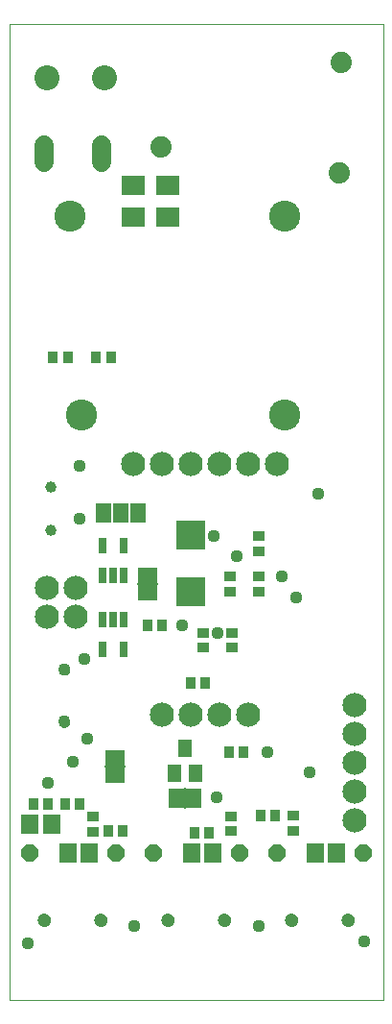
<source format=gbs>
G75*
%MOIN*%
%OFA0B0*%
%FSLAX25Y25*%
%IPPOS*%
%LPD*%
%AMOC8*
5,1,8,0,0,1.08239X$1,22.5*
%
%ADD10C,0.00000*%
%ADD11R,0.03556X0.04343*%
%ADD12R,0.04343X0.03556*%
%ADD13R,0.02965X0.05524*%
%ADD14C,0.04343*%
%ADD15R,0.10249X0.10249*%
%ADD16C,0.03950*%
%ADD17C,0.04737*%
%ADD18R,0.05918X0.06706*%
%ADD19OC8,0.06000*%
%ADD20R,0.07100X0.05400*%
%ADD21R,0.07200X0.00600*%
%ADD22R,0.05400X0.07100*%
%ADD23R,0.00600X0.07200*%
%ADD24C,0.08674*%
%ADD25R,0.07898X0.07099*%
%ADD26C,0.08400*%
%ADD27C,0.10800*%
%ADD28C,0.06800*%
%ADD29R,0.04737X0.06312*%
%ADD30C,0.04369*%
%ADD31C,0.07400*%
D10*
X0006000Y0010849D02*
X0006000Y0349431D01*
X0135921Y0349431D01*
X0135921Y0010849D01*
X0006000Y0010849D01*
X0016188Y0038408D02*
X0016190Y0038496D01*
X0016196Y0038584D01*
X0016206Y0038672D01*
X0016220Y0038760D01*
X0016237Y0038846D01*
X0016259Y0038932D01*
X0016284Y0039016D01*
X0016314Y0039100D01*
X0016346Y0039182D01*
X0016383Y0039262D01*
X0016423Y0039341D01*
X0016467Y0039418D01*
X0016514Y0039493D01*
X0016564Y0039565D01*
X0016618Y0039636D01*
X0016674Y0039703D01*
X0016734Y0039769D01*
X0016796Y0039831D01*
X0016862Y0039891D01*
X0016929Y0039947D01*
X0017000Y0040001D01*
X0017072Y0040051D01*
X0017147Y0040098D01*
X0017224Y0040142D01*
X0017303Y0040182D01*
X0017383Y0040219D01*
X0017465Y0040251D01*
X0017549Y0040281D01*
X0017633Y0040306D01*
X0017719Y0040328D01*
X0017805Y0040345D01*
X0017893Y0040359D01*
X0017981Y0040369D01*
X0018069Y0040375D01*
X0018157Y0040377D01*
X0018245Y0040375D01*
X0018333Y0040369D01*
X0018421Y0040359D01*
X0018509Y0040345D01*
X0018595Y0040328D01*
X0018681Y0040306D01*
X0018765Y0040281D01*
X0018849Y0040251D01*
X0018931Y0040219D01*
X0019011Y0040182D01*
X0019090Y0040142D01*
X0019167Y0040098D01*
X0019242Y0040051D01*
X0019314Y0040001D01*
X0019385Y0039947D01*
X0019452Y0039891D01*
X0019518Y0039831D01*
X0019580Y0039769D01*
X0019640Y0039703D01*
X0019696Y0039636D01*
X0019750Y0039565D01*
X0019800Y0039493D01*
X0019847Y0039418D01*
X0019891Y0039341D01*
X0019931Y0039262D01*
X0019968Y0039182D01*
X0020000Y0039100D01*
X0020030Y0039016D01*
X0020055Y0038932D01*
X0020077Y0038846D01*
X0020094Y0038760D01*
X0020108Y0038672D01*
X0020118Y0038584D01*
X0020124Y0038496D01*
X0020126Y0038408D01*
X0020124Y0038320D01*
X0020118Y0038232D01*
X0020108Y0038144D01*
X0020094Y0038056D01*
X0020077Y0037970D01*
X0020055Y0037884D01*
X0020030Y0037800D01*
X0020000Y0037716D01*
X0019968Y0037634D01*
X0019931Y0037554D01*
X0019891Y0037475D01*
X0019847Y0037398D01*
X0019800Y0037323D01*
X0019750Y0037251D01*
X0019696Y0037180D01*
X0019640Y0037113D01*
X0019580Y0037047D01*
X0019518Y0036985D01*
X0019452Y0036925D01*
X0019385Y0036869D01*
X0019314Y0036815D01*
X0019242Y0036765D01*
X0019167Y0036718D01*
X0019090Y0036674D01*
X0019011Y0036634D01*
X0018931Y0036597D01*
X0018849Y0036565D01*
X0018765Y0036535D01*
X0018681Y0036510D01*
X0018595Y0036488D01*
X0018509Y0036471D01*
X0018421Y0036457D01*
X0018333Y0036447D01*
X0018245Y0036441D01*
X0018157Y0036439D01*
X0018069Y0036441D01*
X0017981Y0036447D01*
X0017893Y0036457D01*
X0017805Y0036471D01*
X0017719Y0036488D01*
X0017633Y0036510D01*
X0017549Y0036535D01*
X0017465Y0036565D01*
X0017383Y0036597D01*
X0017303Y0036634D01*
X0017224Y0036674D01*
X0017147Y0036718D01*
X0017072Y0036765D01*
X0017000Y0036815D01*
X0016929Y0036869D01*
X0016862Y0036925D01*
X0016796Y0036985D01*
X0016734Y0037047D01*
X0016674Y0037113D01*
X0016618Y0037180D01*
X0016564Y0037251D01*
X0016514Y0037323D01*
X0016467Y0037398D01*
X0016423Y0037475D01*
X0016383Y0037554D01*
X0016346Y0037634D01*
X0016314Y0037716D01*
X0016284Y0037800D01*
X0016259Y0037884D01*
X0016237Y0037970D01*
X0016220Y0038056D01*
X0016206Y0038144D01*
X0016196Y0038232D01*
X0016190Y0038320D01*
X0016188Y0038408D01*
X0035874Y0038408D02*
X0035876Y0038496D01*
X0035882Y0038584D01*
X0035892Y0038672D01*
X0035906Y0038760D01*
X0035923Y0038846D01*
X0035945Y0038932D01*
X0035970Y0039016D01*
X0036000Y0039100D01*
X0036032Y0039182D01*
X0036069Y0039262D01*
X0036109Y0039341D01*
X0036153Y0039418D01*
X0036200Y0039493D01*
X0036250Y0039565D01*
X0036304Y0039636D01*
X0036360Y0039703D01*
X0036420Y0039769D01*
X0036482Y0039831D01*
X0036548Y0039891D01*
X0036615Y0039947D01*
X0036686Y0040001D01*
X0036758Y0040051D01*
X0036833Y0040098D01*
X0036910Y0040142D01*
X0036989Y0040182D01*
X0037069Y0040219D01*
X0037151Y0040251D01*
X0037235Y0040281D01*
X0037319Y0040306D01*
X0037405Y0040328D01*
X0037491Y0040345D01*
X0037579Y0040359D01*
X0037667Y0040369D01*
X0037755Y0040375D01*
X0037843Y0040377D01*
X0037931Y0040375D01*
X0038019Y0040369D01*
X0038107Y0040359D01*
X0038195Y0040345D01*
X0038281Y0040328D01*
X0038367Y0040306D01*
X0038451Y0040281D01*
X0038535Y0040251D01*
X0038617Y0040219D01*
X0038697Y0040182D01*
X0038776Y0040142D01*
X0038853Y0040098D01*
X0038928Y0040051D01*
X0039000Y0040001D01*
X0039071Y0039947D01*
X0039138Y0039891D01*
X0039204Y0039831D01*
X0039266Y0039769D01*
X0039326Y0039703D01*
X0039382Y0039636D01*
X0039436Y0039565D01*
X0039486Y0039493D01*
X0039533Y0039418D01*
X0039577Y0039341D01*
X0039617Y0039262D01*
X0039654Y0039182D01*
X0039686Y0039100D01*
X0039716Y0039016D01*
X0039741Y0038932D01*
X0039763Y0038846D01*
X0039780Y0038760D01*
X0039794Y0038672D01*
X0039804Y0038584D01*
X0039810Y0038496D01*
X0039812Y0038408D01*
X0039810Y0038320D01*
X0039804Y0038232D01*
X0039794Y0038144D01*
X0039780Y0038056D01*
X0039763Y0037970D01*
X0039741Y0037884D01*
X0039716Y0037800D01*
X0039686Y0037716D01*
X0039654Y0037634D01*
X0039617Y0037554D01*
X0039577Y0037475D01*
X0039533Y0037398D01*
X0039486Y0037323D01*
X0039436Y0037251D01*
X0039382Y0037180D01*
X0039326Y0037113D01*
X0039266Y0037047D01*
X0039204Y0036985D01*
X0039138Y0036925D01*
X0039071Y0036869D01*
X0039000Y0036815D01*
X0038928Y0036765D01*
X0038853Y0036718D01*
X0038776Y0036674D01*
X0038697Y0036634D01*
X0038617Y0036597D01*
X0038535Y0036565D01*
X0038451Y0036535D01*
X0038367Y0036510D01*
X0038281Y0036488D01*
X0038195Y0036471D01*
X0038107Y0036457D01*
X0038019Y0036447D01*
X0037931Y0036441D01*
X0037843Y0036439D01*
X0037755Y0036441D01*
X0037667Y0036447D01*
X0037579Y0036457D01*
X0037491Y0036471D01*
X0037405Y0036488D01*
X0037319Y0036510D01*
X0037235Y0036535D01*
X0037151Y0036565D01*
X0037069Y0036597D01*
X0036989Y0036634D01*
X0036910Y0036674D01*
X0036833Y0036718D01*
X0036758Y0036765D01*
X0036686Y0036815D01*
X0036615Y0036869D01*
X0036548Y0036925D01*
X0036482Y0036985D01*
X0036420Y0037047D01*
X0036360Y0037113D01*
X0036304Y0037180D01*
X0036250Y0037251D01*
X0036200Y0037323D01*
X0036153Y0037398D01*
X0036109Y0037475D01*
X0036069Y0037554D01*
X0036032Y0037634D01*
X0036000Y0037716D01*
X0035970Y0037800D01*
X0035945Y0037884D01*
X0035923Y0037970D01*
X0035906Y0038056D01*
X0035892Y0038144D01*
X0035882Y0038232D01*
X0035876Y0038320D01*
X0035874Y0038408D01*
X0059188Y0038408D02*
X0059190Y0038496D01*
X0059196Y0038584D01*
X0059206Y0038672D01*
X0059220Y0038760D01*
X0059237Y0038846D01*
X0059259Y0038932D01*
X0059284Y0039016D01*
X0059314Y0039100D01*
X0059346Y0039182D01*
X0059383Y0039262D01*
X0059423Y0039341D01*
X0059467Y0039418D01*
X0059514Y0039493D01*
X0059564Y0039565D01*
X0059618Y0039636D01*
X0059674Y0039703D01*
X0059734Y0039769D01*
X0059796Y0039831D01*
X0059862Y0039891D01*
X0059929Y0039947D01*
X0060000Y0040001D01*
X0060072Y0040051D01*
X0060147Y0040098D01*
X0060224Y0040142D01*
X0060303Y0040182D01*
X0060383Y0040219D01*
X0060465Y0040251D01*
X0060549Y0040281D01*
X0060633Y0040306D01*
X0060719Y0040328D01*
X0060805Y0040345D01*
X0060893Y0040359D01*
X0060981Y0040369D01*
X0061069Y0040375D01*
X0061157Y0040377D01*
X0061245Y0040375D01*
X0061333Y0040369D01*
X0061421Y0040359D01*
X0061509Y0040345D01*
X0061595Y0040328D01*
X0061681Y0040306D01*
X0061765Y0040281D01*
X0061849Y0040251D01*
X0061931Y0040219D01*
X0062011Y0040182D01*
X0062090Y0040142D01*
X0062167Y0040098D01*
X0062242Y0040051D01*
X0062314Y0040001D01*
X0062385Y0039947D01*
X0062452Y0039891D01*
X0062518Y0039831D01*
X0062580Y0039769D01*
X0062640Y0039703D01*
X0062696Y0039636D01*
X0062750Y0039565D01*
X0062800Y0039493D01*
X0062847Y0039418D01*
X0062891Y0039341D01*
X0062931Y0039262D01*
X0062968Y0039182D01*
X0063000Y0039100D01*
X0063030Y0039016D01*
X0063055Y0038932D01*
X0063077Y0038846D01*
X0063094Y0038760D01*
X0063108Y0038672D01*
X0063118Y0038584D01*
X0063124Y0038496D01*
X0063126Y0038408D01*
X0063124Y0038320D01*
X0063118Y0038232D01*
X0063108Y0038144D01*
X0063094Y0038056D01*
X0063077Y0037970D01*
X0063055Y0037884D01*
X0063030Y0037800D01*
X0063000Y0037716D01*
X0062968Y0037634D01*
X0062931Y0037554D01*
X0062891Y0037475D01*
X0062847Y0037398D01*
X0062800Y0037323D01*
X0062750Y0037251D01*
X0062696Y0037180D01*
X0062640Y0037113D01*
X0062580Y0037047D01*
X0062518Y0036985D01*
X0062452Y0036925D01*
X0062385Y0036869D01*
X0062314Y0036815D01*
X0062242Y0036765D01*
X0062167Y0036718D01*
X0062090Y0036674D01*
X0062011Y0036634D01*
X0061931Y0036597D01*
X0061849Y0036565D01*
X0061765Y0036535D01*
X0061681Y0036510D01*
X0061595Y0036488D01*
X0061509Y0036471D01*
X0061421Y0036457D01*
X0061333Y0036447D01*
X0061245Y0036441D01*
X0061157Y0036439D01*
X0061069Y0036441D01*
X0060981Y0036447D01*
X0060893Y0036457D01*
X0060805Y0036471D01*
X0060719Y0036488D01*
X0060633Y0036510D01*
X0060549Y0036535D01*
X0060465Y0036565D01*
X0060383Y0036597D01*
X0060303Y0036634D01*
X0060224Y0036674D01*
X0060147Y0036718D01*
X0060072Y0036765D01*
X0060000Y0036815D01*
X0059929Y0036869D01*
X0059862Y0036925D01*
X0059796Y0036985D01*
X0059734Y0037047D01*
X0059674Y0037113D01*
X0059618Y0037180D01*
X0059564Y0037251D01*
X0059514Y0037323D01*
X0059467Y0037398D01*
X0059423Y0037475D01*
X0059383Y0037554D01*
X0059346Y0037634D01*
X0059314Y0037716D01*
X0059284Y0037800D01*
X0059259Y0037884D01*
X0059237Y0037970D01*
X0059220Y0038056D01*
X0059206Y0038144D01*
X0059196Y0038232D01*
X0059190Y0038320D01*
X0059188Y0038408D01*
X0078874Y0038408D02*
X0078876Y0038496D01*
X0078882Y0038584D01*
X0078892Y0038672D01*
X0078906Y0038760D01*
X0078923Y0038846D01*
X0078945Y0038932D01*
X0078970Y0039016D01*
X0079000Y0039100D01*
X0079032Y0039182D01*
X0079069Y0039262D01*
X0079109Y0039341D01*
X0079153Y0039418D01*
X0079200Y0039493D01*
X0079250Y0039565D01*
X0079304Y0039636D01*
X0079360Y0039703D01*
X0079420Y0039769D01*
X0079482Y0039831D01*
X0079548Y0039891D01*
X0079615Y0039947D01*
X0079686Y0040001D01*
X0079758Y0040051D01*
X0079833Y0040098D01*
X0079910Y0040142D01*
X0079989Y0040182D01*
X0080069Y0040219D01*
X0080151Y0040251D01*
X0080235Y0040281D01*
X0080319Y0040306D01*
X0080405Y0040328D01*
X0080491Y0040345D01*
X0080579Y0040359D01*
X0080667Y0040369D01*
X0080755Y0040375D01*
X0080843Y0040377D01*
X0080931Y0040375D01*
X0081019Y0040369D01*
X0081107Y0040359D01*
X0081195Y0040345D01*
X0081281Y0040328D01*
X0081367Y0040306D01*
X0081451Y0040281D01*
X0081535Y0040251D01*
X0081617Y0040219D01*
X0081697Y0040182D01*
X0081776Y0040142D01*
X0081853Y0040098D01*
X0081928Y0040051D01*
X0082000Y0040001D01*
X0082071Y0039947D01*
X0082138Y0039891D01*
X0082204Y0039831D01*
X0082266Y0039769D01*
X0082326Y0039703D01*
X0082382Y0039636D01*
X0082436Y0039565D01*
X0082486Y0039493D01*
X0082533Y0039418D01*
X0082577Y0039341D01*
X0082617Y0039262D01*
X0082654Y0039182D01*
X0082686Y0039100D01*
X0082716Y0039016D01*
X0082741Y0038932D01*
X0082763Y0038846D01*
X0082780Y0038760D01*
X0082794Y0038672D01*
X0082804Y0038584D01*
X0082810Y0038496D01*
X0082812Y0038408D01*
X0082810Y0038320D01*
X0082804Y0038232D01*
X0082794Y0038144D01*
X0082780Y0038056D01*
X0082763Y0037970D01*
X0082741Y0037884D01*
X0082716Y0037800D01*
X0082686Y0037716D01*
X0082654Y0037634D01*
X0082617Y0037554D01*
X0082577Y0037475D01*
X0082533Y0037398D01*
X0082486Y0037323D01*
X0082436Y0037251D01*
X0082382Y0037180D01*
X0082326Y0037113D01*
X0082266Y0037047D01*
X0082204Y0036985D01*
X0082138Y0036925D01*
X0082071Y0036869D01*
X0082000Y0036815D01*
X0081928Y0036765D01*
X0081853Y0036718D01*
X0081776Y0036674D01*
X0081697Y0036634D01*
X0081617Y0036597D01*
X0081535Y0036565D01*
X0081451Y0036535D01*
X0081367Y0036510D01*
X0081281Y0036488D01*
X0081195Y0036471D01*
X0081107Y0036457D01*
X0081019Y0036447D01*
X0080931Y0036441D01*
X0080843Y0036439D01*
X0080755Y0036441D01*
X0080667Y0036447D01*
X0080579Y0036457D01*
X0080491Y0036471D01*
X0080405Y0036488D01*
X0080319Y0036510D01*
X0080235Y0036535D01*
X0080151Y0036565D01*
X0080069Y0036597D01*
X0079989Y0036634D01*
X0079910Y0036674D01*
X0079833Y0036718D01*
X0079758Y0036765D01*
X0079686Y0036815D01*
X0079615Y0036869D01*
X0079548Y0036925D01*
X0079482Y0036985D01*
X0079420Y0037047D01*
X0079360Y0037113D01*
X0079304Y0037180D01*
X0079250Y0037251D01*
X0079200Y0037323D01*
X0079153Y0037398D01*
X0079109Y0037475D01*
X0079069Y0037554D01*
X0079032Y0037634D01*
X0079000Y0037716D01*
X0078970Y0037800D01*
X0078945Y0037884D01*
X0078923Y0037970D01*
X0078906Y0038056D01*
X0078892Y0038144D01*
X0078882Y0038232D01*
X0078876Y0038320D01*
X0078874Y0038408D01*
X0102188Y0038408D02*
X0102190Y0038496D01*
X0102196Y0038584D01*
X0102206Y0038672D01*
X0102220Y0038760D01*
X0102237Y0038846D01*
X0102259Y0038932D01*
X0102284Y0039016D01*
X0102314Y0039100D01*
X0102346Y0039182D01*
X0102383Y0039262D01*
X0102423Y0039341D01*
X0102467Y0039418D01*
X0102514Y0039493D01*
X0102564Y0039565D01*
X0102618Y0039636D01*
X0102674Y0039703D01*
X0102734Y0039769D01*
X0102796Y0039831D01*
X0102862Y0039891D01*
X0102929Y0039947D01*
X0103000Y0040001D01*
X0103072Y0040051D01*
X0103147Y0040098D01*
X0103224Y0040142D01*
X0103303Y0040182D01*
X0103383Y0040219D01*
X0103465Y0040251D01*
X0103549Y0040281D01*
X0103633Y0040306D01*
X0103719Y0040328D01*
X0103805Y0040345D01*
X0103893Y0040359D01*
X0103981Y0040369D01*
X0104069Y0040375D01*
X0104157Y0040377D01*
X0104245Y0040375D01*
X0104333Y0040369D01*
X0104421Y0040359D01*
X0104509Y0040345D01*
X0104595Y0040328D01*
X0104681Y0040306D01*
X0104765Y0040281D01*
X0104849Y0040251D01*
X0104931Y0040219D01*
X0105011Y0040182D01*
X0105090Y0040142D01*
X0105167Y0040098D01*
X0105242Y0040051D01*
X0105314Y0040001D01*
X0105385Y0039947D01*
X0105452Y0039891D01*
X0105518Y0039831D01*
X0105580Y0039769D01*
X0105640Y0039703D01*
X0105696Y0039636D01*
X0105750Y0039565D01*
X0105800Y0039493D01*
X0105847Y0039418D01*
X0105891Y0039341D01*
X0105931Y0039262D01*
X0105968Y0039182D01*
X0106000Y0039100D01*
X0106030Y0039016D01*
X0106055Y0038932D01*
X0106077Y0038846D01*
X0106094Y0038760D01*
X0106108Y0038672D01*
X0106118Y0038584D01*
X0106124Y0038496D01*
X0106126Y0038408D01*
X0106124Y0038320D01*
X0106118Y0038232D01*
X0106108Y0038144D01*
X0106094Y0038056D01*
X0106077Y0037970D01*
X0106055Y0037884D01*
X0106030Y0037800D01*
X0106000Y0037716D01*
X0105968Y0037634D01*
X0105931Y0037554D01*
X0105891Y0037475D01*
X0105847Y0037398D01*
X0105800Y0037323D01*
X0105750Y0037251D01*
X0105696Y0037180D01*
X0105640Y0037113D01*
X0105580Y0037047D01*
X0105518Y0036985D01*
X0105452Y0036925D01*
X0105385Y0036869D01*
X0105314Y0036815D01*
X0105242Y0036765D01*
X0105167Y0036718D01*
X0105090Y0036674D01*
X0105011Y0036634D01*
X0104931Y0036597D01*
X0104849Y0036565D01*
X0104765Y0036535D01*
X0104681Y0036510D01*
X0104595Y0036488D01*
X0104509Y0036471D01*
X0104421Y0036457D01*
X0104333Y0036447D01*
X0104245Y0036441D01*
X0104157Y0036439D01*
X0104069Y0036441D01*
X0103981Y0036447D01*
X0103893Y0036457D01*
X0103805Y0036471D01*
X0103719Y0036488D01*
X0103633Y0036510D01*
X0103549Y0036535D01*
X0103465Y0036565D01*
X0103383Y0036597D01*
X0103303Y0036634D01*
X0103224Y0036674D01*
X0103147Y0036718D01*
X0103072Y0036765D01*
X0103000Y0036815D01*
X0102929Y0036869D01*
X0102862Y0036925D01*
X0102796Y0036985D01*
X0102734Y0037047D01*
X0102674Y0037113D01*
X0102618Y0037180D01*
X0102564Y0037251D01*
X0102514Y0037323D01*
X0102467Y0037398D01*
X0102423Y0037475D01*
X0102383Y0037554D01*
X0102346Y0037634D01*
X0102314Y0037716D01*
X0102284Y0037800D01*
X0102259Y0037884D01*
X0102237Y0037970D01*
X0102220Y0038056D01*
X0102206Y0038144D01*
X0102196Y0038232D01*
X0102190Y0038320D01*
X0102188Y0038408D01*
X0121874Y0038408D02*
X0121876Y0038496D01*
X0121882Y0038584D01*
X0121892Y0038672D01*
X0121906Y0038760D01*
X0121923Y0038846D01*
X0121945Y0038932D01*
X0121970Y0039016D01*
X0122000Y0039100D01*
X0122032Y0039182D01*
X0122069Y0039262D01*
X0122109Y0039341D01*
X0122153Y0039418D01*
X0122200Y0039493D01*
X0122250Y0039565D01*
X0122304Y0039636D01*
X0122360Y0039703D01*
X0122420Y0039769D01*
X0122482Y0039831D01*
X0122548Y0039891D01*
X0122615Y0039947D01*
X0122686Y0040001D01*
X0122758Y0040051D01*
X0122833Y0040098D01*
X0122910Y0040142D01*
X0122989Y0040182D01*
X0123069Y0040219D01*
X0123151Y0040251D01*
X0123235Y0040281D01*
X0123319Y0040306D01*
X0123405Y0040328D01*
X0123491Y0040345D01*
X0123579Y0040359D01*
X0123667Y0040369D01*
X0123755Y0040375D01*
X0123843Y0040377D01*
X0123931Y0040375D01*
X0124019Y0040369D01*
X0124107Y0040359D01*
X0124195Y0040345D01*
X0124281Y0040328D01*
X0124367Y0040306D01*
X0124451Y0040281D01*
X0124535Y0040251D01*
X0124617Y0040219D01*
X0124697Y0040182D01*
X0124776Y0040142D01*
X0124853Y0040098D01*
X0124928Y0040051D01*
X0125000Y0040001D01*
X0125071Y0039947D01*
X0125138Y0039891D01*
X0125204Y0039831D01*
X0125266Y0039769D01*
X0125326Y0039703D01*
X0125382Y0039636D01*
X0125436Y0039565D01*
X0125486Y0039493D01*
X0125533Y0039418D01*
X0125577Y0039341D01*
X0125617Y0039262D01*
X0125654Y0039182D01*
X0125686Y0039100D01*
X0125716Y0039016D01*
X0125741Y0038932D01*
X0125763Y0038846D01*
X0125780Y0038760D01*
X0125794Y0038672D01*
X0125804Y0038584D01*
X0125810Y0038496D01*
X0125812Y0038408D01*
X0125810Y0038320D01*
X0125804Y0038232D01*
X0125794Y0038144D01*
X0125780Y0038056D01*
X0125763Y0037970D01*
X0125741Y0037884D01*
X0125716Y0037800D01*
X0125686Y0037716D01*
X0125654Y0037634D01*
X0125617Y0037554D01*
X0125577Y0037475D01*
X0125533Y0037398D01*
X0125486Y0037323D01*
X0125436Y0037251D01*
X0125382Y0037180D01*
X0125326Y0037113D01*
X0125266Y0037047D01*
X0125204Y0036985D01*
X0125138Y0036925D01*
X0125071Y0036869D01*
X0125000Y0036815D01*
X0124928Y0036765D01*
X0124853Y0036718D01*
X0124776Y0036674D01*
X0124697Y0036634D01*
X0124617Y0036597D01*
X0124535Y0036565D01*
X0124451Y0036535D01*
X0124367Y0036510D01*
X0124281Y0036488D01*
X0124195Y0036471D01*
X0124107Y0036457D01*
X0124019Y0036447D01*
X0123931Y0036441D01*
X0123843Y0036439D01*
X0123755Y0036441D01*
X0123667Y0036447D01*
X0123579Y0036457D01*
X0123491Y0036471D01*
X0123405Y0036488D01*
X0123319Y0036510D01*
X0123235Y0036535D01*
X0123151Y0036565D01*
X0123069Y0036597D01*
X0122989Y0036634D01*
X0122910Y0036674D01*
X0122833Y0036718D01*
X0122758Y0036765D01*
X0122686Y0036815D01*
X0122615Y0036869D01*
X0122548Y0036925D01*
X0122482Y0036985D01*
X0122420Y0037047D01*
X0122360Y0037113D01*
X0122304Y0037180D01*
X0122250Y0037251D01*
X0122200Y0037323D01*
X0122153Y0037398D01*
X0122109Y0037475D01*
X0122069Y0037554D01*
X0122032Y0037634D01*
X0122000Y0037716D01*
X0121970Y0037800D01*
X0121945Y0037884D01*
X0121923Y0037970D01*
X0121906Y0038056D01*
X0121892Y0038144D01*
X0121882Y0038232D01*
X0121876Y0038320D01*
X0121874Y0038408D01*
X0023322Y0107235D02*
X0023324Y0107319D01*
X0023330Y0107402D01*
X0023340Y0107485D01*
X0023354Y0107568D01*
X0023371Y0107650D01*
X0023393Y0107731D01*
X0023418Y0107810D01*
X0023447Y0107889D01*
X0023480Y0107966D01*
X0023516Y0108041D01*
X0023556Y0108115D01*
X0023599Y0108187D01*
X0023646Y0108256D01*
X0023696Y0108323D01*
X0023749Y0108388D01*
X0023805Y0108450D01*
X0023863Y0108510D01*
X0023925Y0108567D01*
X0023989Y0108620D01*
X0024056Y0108671D01*
X0024125Y0108718D01*
X0024196Y0108763D01*
X0024269Y0108803D01*
X0024344Y0108840D01*
X0024421Y0108874D01*
X0024499Y0108904D01*
X0024578Y0108930D01*
X0024659Y0108953D01*
X0024741Y0108971D01*
X0024823Y0108986D01*
X0024906Y0108997D01*
X0024989Y0109004D01*
X0025073Y0109007D01*
X0025157Y0109006D01*
X0025240Y0109001D01*
X0025324Y0108992D01*
X0025406Y0108979D01*
X0025488Y0108963D01*
X0025569Y0108942D01*
X0025650Y0108918D01*
X0025728Y0108890D01*
X0025806Y0108858D01*
X0025882Y0108822D01*
X0025956Y0108783D01*
X0026028Y0108741D01*
X0026098Y0108695D01*
X0026166Y0108646D01*
X0026231Y0108594D01*
X0026294Y0108539D01*
X0026354Y0108481D01*
X0026412Y0108420D01*
X0026466Y0108356D01*
X0026518Y0108290D01*
X0026566Y0108222D01*
X0026611Y0108151D01*
X0026652Y0108078D01*
X0026691Y0108004D01*
X0026725Y0107928D01*
X0026756Y0107850D01*
X0026783Y0107771D01*
X0026807Y0107690D01*
X0026826Y0107609D01*
X0026842Y0107527D01*
X0026854Y0107444D01*
X0026862Y0107360D01*
X0026866Y0107277D01*
X0026866Y0107193D01*
X0026862Y0107110D01*
X0026854Y0107026D01*
X0026842Y0106943D01*
X0026826Y0106861D01*
X0026807Y0106780D01*
X0026783Y0106699D01*
X0026756Y0106620D01*
X0026725Y0106542D01*
X0026691Y0106466D01*
X0026652Y0106392D01*
X0026611Y0106319D01*
X0026566Y0106248D01*
X0026518Y0106180D01*
X0026466Y0106114D01*
X0026412Y0106050D01*
X0026354Y0105989D01*
X0026294Y0105931D01*
X0026231Y0105876D01*
X0026166Y0105824D01*
X0026098Y0105775D01*
X0026028Y0105729D01*
X0025956Y0105687D01*
X0025882Y0105648D01*
X0025806Y0105612D01*
X0025728Y0105580D01*
X0025650Y0105552D01*
X0025569Y0105528D01*
X0025488Y0105507D01*
X0025406Y0105491D01*
X0025324Y0105478D01*
X0025240Y0105469D01*
X0025157Y0105464D01*
X0025073Y0105463D01*
X0024989Y0105466D01*
X0024906Y0105473D01*
X0024823Y0105484D01*
X0024741Y0105499D01*
X0024659Y0105517D01*
X0024578Y0105540D01*
X0024499Y0105566D01*
X0024421Y0105596D01*
X0024344Y0105630D01*
X0024269Y0105667D01*
X0024196Y0105707D01*
X0024125Y0105752D01*
X0024056Y0105799D01*
X0023989Y0105850D01*
X0023925Y0105903D01*
X0023863Y0105960D01*
X0023805Y0106020D01*
X0023749Y0106082D01*
X0023696Y0106147D01*
X0023646Y0106214D01*
X0023599Y0106283D01*
X0023556Y0106355D01*
X0023516Y0106429D01*
X0023480Y0106504D01*
X0023447Y0106581D01*
X0023418Y0106660D01*
X0023393Y0106739D01*
X0023371Y0106820D01*
X0023354Y0106902D01*
X0023340Y0106985D01*
X0023330Y0107068D01*
X0023324Y0107151D01*
X0023322Y0107235D01*
X0023322Y0125345D02*
X0023324Y0125429D01*
X0023330Y0125512D01*
X0023340Y0125595D01*
X0023354Y0125678D01*
X0023371Y0125760D01*
X0023393Y0125841D01*
X0023418Y0125920D01*
X0023447Y0125999D01*
X0023480Y0126076D01*
X0023516Y0126151D01*
X0023556Y0126225D01*
X0023599Y0126297D01*
X0023646Y0126366D01*
X0023696Y0126433D01*
X0023749Y0126498D01*
X0023805Y0126560D01*
X0023863Y0126620D01*
X0023925Y0126677D01*
X0023989Y0126730D01*
X0024056Y0126781D01*
X0024125Y0126828D01*
X0024196Y0126873D01*
X0024269Y0126913D01*
X0024344Y0126950D01*
X0024421Y0126984D01*
X0024499Y0127014D01*
X0024578Y0127040D01*
X0024659Y0127063D01*
X0024741Y0127081D01*
X0024823Y0127096D01*
X0024906Y0127107D01*
X0024989Y0127114D01*
X0025073Y0127117D01*
X0025157Y0127116D01*
X0025240Y0127111D01*
X0025324Y0127102D01*
X0025406Y0127089D01*
X0025488Y0127073D01*
X0025569Y0127052D01*
X0025650Y0127028D01*
X0025728Y0127000D01*
X0025806Y0126968D01*
X0025882Y0126932D01*
X0025956Y0126893D01*
X0026028Y0126851D01*
X0026098Y0126805D01*
X0026166Y0126756D01*
X0026231Y0126704D01*
X0026294Y0126649D01*
X0026354Y0126591D01*
X0026412Y0126530D01*
X0026466Y0126466D01*
X0026518Y0126400D01*
X0026566Y0126332D01*
X0026611Y0126261D01*
X0026652Y0126188D01*
X0026691Y0126114D01*
X0026725Y0126038D01*
X0026756Y0125960D01*
X0026783Y0125881D01*
X0026807Y0125800D01*
X0026826Y0125719D01*
X0026842Y0125637D01*
X0026854Y0125554D01*
X0026862Y0125470D01*
X0026866Y0125387D01*
X0026866Y0125303D01*
X0026862Y0125220D01*
X0026854Y0125136D01*
X0026842Y0125053D01*
X0026826Y0124971D01*
X0026807Y0124890D01*
X0026783Y0124809D01*
X0026756Y0124730D01*
X0026725Y0124652D01*
X0026691Y0124576D01*
X0026652Y0124502D01*
X0026611Y0124429D01*
X0026566Y0124358D01*
X0026518Y0124290D01*
X0026466Y0124224D01*
X0026412Y0124160D01*
X0026354Y0124099D01*
X0026294Y0124041D01*
X0026231Y0123986D01*
X0026166Y0123934D01*
X0026098Y0123885D01*
X0026028Y0123839D01*
X0025956Y0123797D01*
X0025882Y0123758D01*
X0025806Y0123722D01*
X0025728Y0123690D01*
X0025650Y0123662D01*
X0025569Y0123638D01*
X0025488Y0123617D01*
X0025406Y0123601D01*
X0025324Y0123588D01*
X0025240Y0123579D01*
X0025157Y0123574D01*
X0025073Y0123573D01*
X0024989Y0123576D01*
X0024906Y0123583D01*
X0024823Y0123594D01*
X0024741Y0123609D01*
X0024659Y0123627D01*
X0024578Y0123650D01*
X0024499Y0123676D01*
X0024421Y0123706D01*
X0024344Y0123740D01*
X0024269Y0123777D01*
X0024196Y0123817D01*
X0024125Y0123862D01*
X0024056Y0123909D01*
X0023989Y0123960D01*
X0023925Y0124013D01*
X0023863Y0124070D01*
X0023805Y0124130D01*
X0023749Y0124192D01*
X0023696Y0124257D01*
X0023646Y0124324D01*
X0023599Y0124393D01*
X0023556Y0124465D01*
X0023516Y0124539D01*
X0023480Y0124614D01*
X0023447Y0124691D01*
X0023418Y0124770D01*
X0023393Y0124849D01*
X0023371Y0124930D01*
X0023354Y0125012D01*
X0023340Y0125095D01*
X0023330Y0125178D01*
X0023324Y0125261D01*
X0023322Y0125345D01*
X0018798Y0173869D02*
X0018800Y0173948D01*
X0018806Y0174027D01*
X0018816Y0174106D01*
X0018830Y0174184D01*
X0018847Y0174261D01*
X0018869Y0174337D01*
X0018894Y0174412D01*
X0018924Y0174485D01*
X0018956Y0174557D01*
X0018993Y0174628D01*
X0019033Y0174696D01*
X0019076Y0174762D01*
X0019122Y0174826D01*
X0019172Y0174888D01*
X0019225Y0174947D01*
X0019280Y0175003D01*
X0019339Y0175057D01*
X0019400Y0175107D01*
X0019463Y0175155D01*
X0019529Y0175199D01*
X0019597Y0175240D01*
X0019667Y0175277D01*
X0019738Y0175311D01*
X0019812Y0175341D01*
X0019886Y0175367D01*
X0019962Y0175389D01*
X0020039Y0175408D01*
X0020117Y0175423D01*
X0020195Y0175434D01*
X0020274Y0175441D01*
X0020353Y0175444D01*
X0020432Y0175443D01*
X0020511Y0175438D01*
X0020590Y0175429D01*
X0020668Y0175416D01*
X0020745Y0175399D01*
X0020822Y0175379D01*
X0020897Y0175354D01*
X0020971Y0175326D01*
X0021044Y0175294D01*
X0021114Y0175259D01*
X0021183Y0175220D01*
X0021250Y0175177D01*
X0021315Y0175131D01*
X0021377Y0175083D01*
X0021437Y0175031D01*
X0021494Y0174976D01*
X0021548Y0174918D01*
X0021599Y0174858D01*
X0021647Y0174795D01*
X0021692Y0174730D01*
X0021734Y0174662D01*
X0021772Y0174593D01*
X0021806Y0174522D01*
X0021837Y0174449D01*
X0021865Y0174374D01*
X0021888Y0174299D01*
X0021908Y0174222D01*
X0021924Y0174145D01*
X0021936Y0174066D01*
X0021944Y0173988D01*
X0021948Y0173909D01*
X0021948Y0173829D01*
X0021944Y0173750D01*
X0021936Y0173672D01*
X0021924Y0173593D01*
X0021908Y0173516D01*
X0021888Y0173439D01*
X0021865Y0173364D01*
X0021837Y0173289D01*
X0021806Y0173216D01*
X0021772Y0173145D01*
X0021734Y0173076D01*
X0021692Y0173008D01*
X0021647Y0172943D01*
X0021599Y0172880D01*
X0021548Y0172820D01*
X0021494Y0172762D01*
X0021437Y0172707D01*
X0021377Y0172655D01*
X0021315Y0172607D01*
X0021250Y0172561D01*
X0021183Y0172518D01*
X0021114Y0172479D01*
X0021044Y0172444D01*
X0020971Y0172412D01*
X0020897Y0172384D01*
X0020822Y0172359D01*
X0020745Y0172339D01*
X0020668Y0172322D01*
X0020590Y0172309D01*
X0020511Y0172300D01*
X0020432Y0172295D01*
X0020353Y0172294D01*
X0020274Y0172297D01*
X0020195Y0172304D01*
X0020117Y0172315D01*
X0020039Y0172330D01*
X0019962Y0172349D01*
X0019886Y0172371D01*
X0019812Y0172397D01*
X0019738Y0172427D01*
X0019667Y0172461D01*
X0019597Y0172498D01*
X0019529Y0172539D01*
X0019463Y0172583D01*
X0019400Y0172631D01*
X0019339Y0172681D01*
X0019280Y0172735D01*
X0019225Y0172791D01*
X0019172Y0172850D01*
X0019122Y0172912D01*
X0019076Y0172976D01*
X0019033Y0173042D01*
X0018993Y0173110D01*
X0018956Y0173181D01*
X0018924Y0173253D01*
X0018894Y0173326D01*
X0018869Y0173401D01*
X0018847Y0173477D01*
X0018830Y0173554D01*
X0018816Y0173632D01*
X0018806Y0173711D01*
X0018800Y0173790D01*
X0018798Y0173869D01*
X0018798Y0188829D02*
X0018800Y0188908D01*
X0018806Y0188987D01*
X0018816Y0189066D01*
X0018830Y0189144D01*
X0018847Y0189221D01*
X0018869Y0189297D01*
X0018894Y0189372D01*
X0018924Y0189445D01*
X0018956Y0189517D01*
X0018993Y0189588D01*
X0019033Y0189656D01*
X0019076Y0189722D01*
X0019122Y0189786D01*
X0019172Y0189848D01*
X0019225Y0189907D01*
X0019280Y0189963D01*
X0019339Y0190017D01*
X0019400Y0190067D01*
X0019463Y0190115D01*
X0019529Y0190159D01*
X0019597Y0190200D01*
X0019667Y0190237D01*
X0019738Y0190271D01*
X0019812Y0190301D01*
X0019886Y0190327D01*
X0019962Y0190349D01*
X0020039Y0190368D01*
X0020117Y0190383D01*
X0020195Y0190394D01*
X0020274Y0190401D01*
X0020353Y0190404D01*
X0020432Y0190403D01*
X0020511Y0190398D01*
X0020590Y0190389D01*
X0020668Y0190376D01*
X0020745Y0190359D01*
X0020822Y0190339D01*
X0020897Y0190314D01*
X0020971Y0190286D01*
X0021044Y0190254D01*
X0021114Y0190219D01*
X0021183Y0190180D01*
X0021250Y0190137D01*
X0021315Y0190091D01*
X0021377Y0190043D01*
X0021437Y0189991D01*
X0021494Y0189936D01*
X0021548Y0189878D01*
X0021599Y0189818D01*
X0021647Y0189755D01*
X0021692Y0189690D01*
X0021734Y0189622D01*
X0021772Y0189553D01*
X0021806Y0189482D01*
X0021837Y0189409D01*
X0021865Y0189334D01*
X0021888Y0189259D01*
X0021908Y0189182D01*
X0021924Y0189105D01*
X0021936Y0189026D01*
X0021944Y0188948D01*
X0021948Y0188869D01*
X0021948Y0188789D01*
X0021944Y0188710D01*
X0021936Y0188632D01*
X0021924Y0188553D01*
X0021908Y0188476D01*
X0021888Y0188399D01*
X0021865Y0188324D01*
X0021837Y0188249D01*
X0021806Y0188176D01*
X0021772Y0188105D01*
X0021734Y0188036D01*
X0021692Y0187968D01*
X0021647Y0187903D01*
X0021599Y0187840D01*
X0021548Y0187780D01*
X0021494Y0187722D01*
X0021437Y0187667D01*
X0021377Y0187615D01*
X0021315Y0187567D01*
X0021250Y0187521D01*
X0021183Y0187478D01*
X0021114Y0187439D01*
X0021044Y0187404D01*
X0020971Y0187372D01*
X0020897Y0187344D01*
X0020822Y0187319D01*
X0020745Y0187299D01*
X0020668Y0187282D01*
X0020590Y0187269D01*
X0020511Y0187260D01*
X0020432Y0187255D01*
X0020353Y0187254D01*
X0020274Y0187257D01*
X0020195Y0187264D01*
X0020117Y0187275D01*
X0020039Y0187290D01*
X0019962Y0187309D01*
X0019886Y0187331D01*
X0019812Y0187357D01*
X0019738Y0187387D01*
X0019667Y0187421D01*
X0019597Y0187458D01*
X0019529Y0187499D01*
X0019463Y0187543D01*
X0019400Y0187591D01*
X0019339Y0187641D01*
X0019280Y0187695D01*
X0019225Y0187751D01*
X0019172Y0187810D01*
X0019122Y0187872D01*
X0019076Y0187936D01*
X0019033Y0188002D01*
X0018993Y0188070D01*
X0018956Y0188141D01*
X0018924Y0188213D01*
X0018894Y0188286D01*
X0018869Y0188361D01*
X0018847Y0188437D01*
X0018830Y0188514D01*
X0018816Y0188592D01*
X0018806Y0188671D01*
X0018800Y0188750D01*
X0018798Y0188829D01*
D11*
X0021241Y0233549D03*
X0026359Y0233549D03*
X0036241Y0233549D03*
X0041359Y0233549D03*
X0054041Y0140832D03*
X0059159Y0140832D03*
X0068993Y0120712D03*
X0074111Y0120712D03*
X0082378Y0096849D03*
X0087496Y0096849D03*
X0093341Y0074549D03*
X0098459Y0074549D03*
X0075559Y0068849D03*
X0070441Y0068849D03*
X0045459Y0069249D03*
X0040341Y0069249D03*
X0030559Y0078849D03*
X0025441Y0078849D03*
X0019528Y0078849D03*
X0014409Y0078849D03*
D12*
X0035100Y0074308D03*
X0035100Y0069190D03*
X0073313Y0133077D03*
X0073313Y0138195D03*
X0083483Y0138208D03*
X0083483Y0133090D03*
X0082772Y0152444D03*
X0082772Y0157562D03*
X0092646Y0157562D03*
X0092646Y0152444D03*
X0092898Y0166444D03*
X0092898Y0171562D03*
X0083000Y0074408D03*
X0083000Y0069290D03*
X0104600Y0069490D03*
X0104600Y0074608D03*
D13*
X0045809Y0132375D03*
X0038328Y0132375D03*
X0038328Y0142611D03*
X0042069Y0142611D03*
X0045809Y0142611D03*
X0045772Y0158131D03*
X0042031Y0158131D03*
X0038291Y0158131D03*
X0038291Y0168367D03*
X0045772Y0168367D03*
D14*
X0025094Y0125345D03*
X0025094Y0107235D03*
D15*
X0069215Y0152286D03*
X0069215Y0171971D03*
D16*
X0020373Y0173869D03*
X0020373Y0188829D03*
D17*
X0018157Y0038408D03*
X0037843Y0038408D03*
X0061157Y0038408D03*
X0080843Y0038408D03*
X0104157Y0038408D03*
X0123843Y0038408D03*
D18*
X0119740Y0061849D03*
X0112260Y0061849D03*
X0076740Y0061849D03*
X0069260Y0061849D03*
X0033740Y0061849D03*
X0026260Y0061849D03*
X0020709Y0071849D03*
X0013228Y0071849D03*
D19*
X0013000Y0061849D03*
X0043000Y0061849D03*
X0056000Y0061849D03*
X0086000Y0061849D03*
X0099000Y0061849D03*
X0129000Y0061849D03*
D20*
X0054031Y0151949D03*
X0054031Y0157949D03*
X0042800Y0094849D03*
X0042800Y0088849D03*
D21*
X0042800Y0091849D03*
X0054031Y0154949D03*
D22*
X0050731Y0179849D03*
X0044731Y0179849D03*
X0038731Y0179849D03*
X0064000Y0080849D03*
X0070000Y0080849D03*
D23*
X0067000Y0080849D03*
D24*
X0038980Y0330632D03*
X0018980Y0330632D03*
D25*
X0048932Y0293525D03*
X0048932Y0282328D03*
X0060919Y0282340D03*
X0060919Y0293537D03*
D26*
X0059000Y0196849D03*
X0049000Y0196849D03*
X0069000Y0196849D03*
X0079000Y0196849D03*
X0089000Y0196849D03*
X0099000Y0196849D03*
X0126200Y0113149D03*
X0126200Y0103149D03*
X0126200Y0093149D03*
X0126200Y0083149D03*
X0126200Y0073149D03*
X0089000Y0109849D03*
X0079000Y0109849D03*
X0069000Y0109849D03*
X0059000Y0109849D03*
X0029000Y0143849D03*
X0029000Y0153849D03*
X0019000Y0153849D03*
X0019000Y0143849D03*
D27*
X0031039Y0213715D03*
X0027102Y0282613D03*
X0101906Y0282613D03*
X0101906Y0213715D03*
D28*
X0038100Y0301449D02*
X0038100Y0307449D01*
X0018100Y0307449D02*
X0018100Y0301449D01*
D29*
X0067000Y0098180D03*
X0063260Y0089518D03*
X0070740Y0089518D03*
D30*
X0078214Y0081139D03*
X0095800Y0096849D03*
X0110400Y0089749D03*
X0078500Y0138149D03*
X0066214Y0140639D03*
X0054031Y0151949D03*
X0038331Y0180849D03*
X0030514Y0177739D03*
X0030314Y0195939D03*
X0032000Y0129049D03*
X0033014Y0101439D03*
X0028100Y0093349D03*
X0019500Y0085949D03*
X0042800Y0094849D03*
X0049307Y0036439D03*
X0012307Y0030339D03*
X0092614Y0036439D03*
X0129314Y0030939D03*
X0105614Y0150539D03*
X0100746Y0157649D03*
X0085031Y0164649D03*
X0077231Y0171649D03*
X0113414Y0186439D03*
D31*
X0120800Y0297549D03*
X0121300Y0336149D03*
X0058600Y0306549D03*
M02*

</source>
